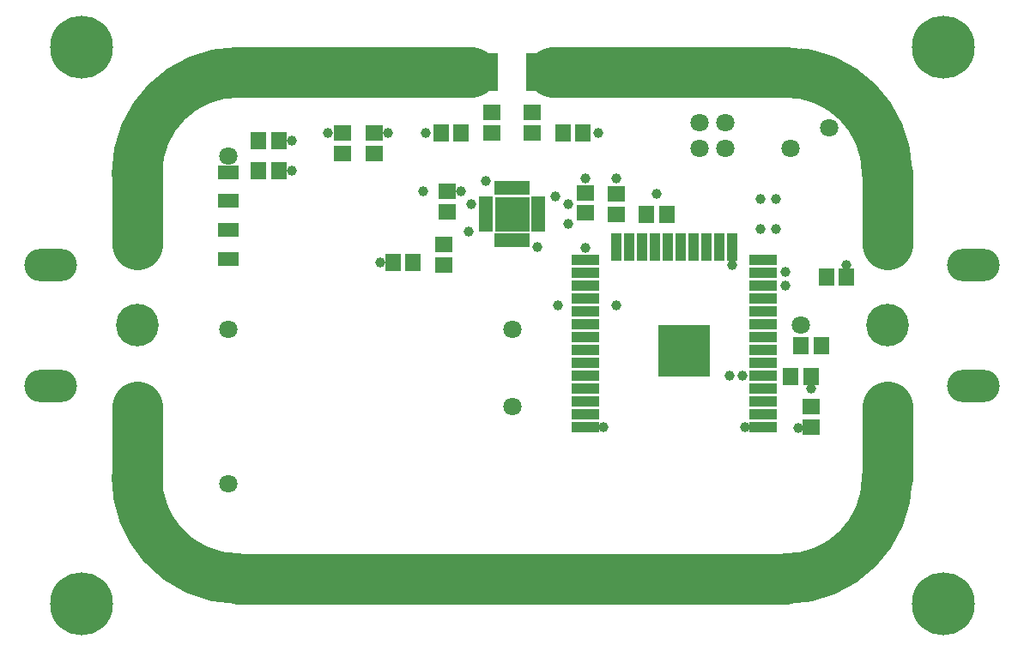
<source format=gts>
G04*
G04 #@! TF.GenerationSoftware,Altium Limited,Altium Designer,18.1.7 (191)*
G04*
G04 Layer_Color=8388736*
%FSLAX44Y44*%
%MOMM*%
G71*
G01*
G75*
%ADD24C,5.0000*%
%ADD25R,2.7032X1.1032*%
%ADD26R,1.1032X2.7032*%
%ADD27R,5.2032X5.2032*%
%ADD28R,3.5032X3.5032*%
%ADD29R,1.4032X0.5032*%
%ADD30R,0.5032X1.4032*%
%ADD31R,1.7032X1.6032*%
%ADD32R,1.6032X1.7032*%
%ADD33R,2.0032X1.4032*%
%ADD34R,2.9032X3.8032*%
%ADD35C,1.0000*%
%ADD36C,4.2032*%
%ADD37C,1.8032*%
%ADD38C,6.2032*%
G04:AMPARAMS|DCode=39|XSize=5.2032mm|YSize=3.2032mm|CornerRadius=1.6016mm|HoleSize=0mm|Usage=FLASHONLY|Rotation=0.000|XOffset=0mm|YOffset=0mm|HoleType=Round|Shape=RoundedRectangle|*
%AMROUNDEDRECTD39*
21,1,5.2032,0.0000,0,0,0.0*
21,1,2.0000,3.2032,0,0,0.0*
1,1,3.2032,1.0000,0.0000*
1,1,3.2032,-1.0000,0.0000*
1,1,3.2032,-1.0000,0.0000*
1,1,3.2032,1.0000,0.0000*
%
%ADD39ROUNDEDRECTD39*%
%ADD40C,1.0032*%
D24*
X870000Y499924D02*
G03*
X769924Y600000I-100076J0D01*
G01*
X230076D02*
G03*
X130000Y499924I0J-100076D01*
G01*
X769924Y100000D02*
G03*
X870000Y200076I0J100076D01*
G01*
X154766Y134170D02*
G03*
X230076Y100000I75310J65906D01*
G01*
X130000Y200076D02*
G03*
X154766Y134170I100076J0D01*
G01*
X540000Y600000D02*
X769924D01*
X870000Y430000D02*
Y499924D01*
X230076Y600000D02*
X460000D01*
X130000Y430000D02*
Y499924D01*
X330000Y100000D02*
X769924Y100000D01*
X230076D02*
Y100000D01*
X130000Y200076D02*
Y270000D01*
X230076Y100000D02*
X330000D01*
X870000Y200076D02*
Y270000D01*
D25*
X572500Y250000D02*
D03*
Y262700D02*
D03*
Y275400D02*
D03*
Y288100D02*
D03*
Y300800D02*
D03*
Y313500D02*
D03*
Y326200D02*
D03*
Y415100D02*
D03*
Y402400D02*
D03*
Y389700D02*
D03*
Y377000D02*
D03*
Y364300D02*
D03*
Y351600D02*
D03*
Y338900D02*
D03*
X747500D02*
D03*
Y351600D02*
D03*
Y364300D02*
D03*
Y377000D02*
D03*
Y389700D02*
D03*
Y402400D02*
D03*
Y415100D02*
D03*
Y326200D02*
D03*
Y313500D02*
D03*
Y300800D02*
D03*
Y288100D02*
D03*
Y275400D02*
D03*
Y262700D02*
D03*
Y250000D02*
D03*
D26*
X615550Y427600D02*
D03*
X602850D02*
D03*
X717150D02*
D03*
X628250D02*
D03*
X640950D02*
D03*
X653650D02*
D03*
X666350D02*
D03*
X679050D02*
D03*
X691750D02*
D03*
X704450D02*
D03*
D27*
X670000Y324900D02*
D03*
D28*
X500001Y459999D02*
D03*
D29*
X474000Y475000D02*
D03*
Y470000D02*
D03*
Y465000D02*
D03*
Y460000D02*
D03*
Y455000D02*
D03*
Y450000D02*
D03*
Y445000D02*
D03*
X526000Y445000D02*
D03*
Y450000D02*
D03*
Y455000D02*
D03*
Y460000D02*
D03*
Y465000D02*
D03*
Y470000D02*
D03*
Y475000D02*
D03*
D30*
X515000Y486000D02*
D03*
X510000D02*
D03*
X505000D02*
D03*
X500000D02*
D03*
X495000D02*
D03*
X490000D02*
D03*
X485000D02*
D03*
X515000Y434000D02*
D03*
X510000D02*
D03*
X505000D02*
D03*
X500000D02*
D03*
X495000D02*
D03*
X490000D02*
D03*
X485000D02*
D03*
D31*
X432500Y410000D02*
D03*
Y430000D02*
D03*
X332500Y520000D02*
D03*
Y540000D02*
D03*
X520000D02*
D03*
Y560000D02*
D03*
X480000Y540000D02*
D03*
Y560000D02*
D03*
X572500Y481000D02*
D03*
Y461000D02*
D03*
X436250Y482500D02*
D03*
Y462500D02*
D03*
X602500Y480000D02*
D03*
Y460000D02*
D03*
X363750Y540000D02*
D03*
Y520000D02*
D03*
X795200Y250000D02*
D03*
Y270000D02*
D03*
D32*
X785000Y330000D02*
D03*
X805000D02*
D03*
X652500Y460001D02*
D03*
X632500D02*
D03*
X270000Y532500D02*
D03*
X250000D02*
D03*
X402498Y412500D02*
D03*
X382498D02*
D03*
X810000Y397500D02*
D03*
X830000D02*
D03*
X795000Y300000D02*
D03*
X775000D02*
D03*
X430000Y540000D02*
D03*
X450000D02*
D03*
X570000D02*
D03*
X550000D02*
D03*
X270000Y502500D02*
D03*
X250000D02*
D03*
D33*
X220000Y501500D02*
D03*
Y473500D02*
D03*
Y444000D02*
D03*
Y416000D02*
D03*
D34*
X471500Y600000D02*
D03*
X528500D02*
D03*
D35*
X154766Y134170D02*
X154766D01*
X160170D01*
D36*
X870000Y430000D02*
D03*
Y350000D02*
D03*
Y270000D02*
D03*
X130000Y430000D02*
D03*
Y350000D02*
D03*
Y270000D02*
D03*
D37*
X500000D02*
D03*
X220000Y194000D02*
D03*
Y346000D02*
D03*
X500000D02*
D03*
X710398Y550000D02*
D03*
X684998D02*
D03*
X710398Y524600D02*
D03*
X684998D02*
D03*
X774597Y525000D02*
D03*
X812497Y545000D02*
D03*
X670000Y324900D02*
D03*
X500000Y460000D02*
D03*
X785200Y350000D02*
D03*
X220000Y517500D02*
D03*
D38*
X925000Y75000D02*
D03*
Y625000D02*
D03*
X75000Y75000D02*
D03*
Y625000D02*
D03*
D39*
X955000Y410000D02*
D03*
Y290000D02*
D03*
X45000D02*
D03*
Y410000D02*
D03*
D40*
X651000Y343900D02*
D03*
X689000D02*
D03*
X651000Y305900D02*
D03*
X689000D02*
D03*
X412500Y482500D02*
D03*
X642500Y480000D02*
D03*
X830000Y410100D02*
D03*
X770000Y389264D02*
D03*
X769924Y402500D02*
D03*
X370000Y412500D02*
D03*
X760000Y475000D02*
D03*
X745000D02*
D03*
X760000Y445000D02*
D03*
X745000D02*
D03*
X715000Y300600D02*
D03*
X727500D02*
D03*
X572500Y426982D02*
D03*
X602500Y370000D02*
D03*
X555103Y450616D02*
D03*
X542500Y477500D02*
D03*
X555103Y470103D02*
D03*
X545000Y370000D02*
D03*
X782500Y249200D02*
D03*
X795000Y287500D02*
D03*
X717150Y410100D02*
D03*
X730000Y250000D02*
D03*
X590000D02*
D03*
X450000Y482500D02*
D03*
X459897Y470103D02*
D03*
X282500Y502500D02*
D03*
Y532500D02*
D03*
X474000Y492500D02*
D03*
X512501Y115000D02*
D03*
X487501D02*
D03*
X500001Y100000D02*
D03*
X512501Y85000D02*
D03*
X487501D02*
D03*
X525001Y100000D02*
D03*
X475001D02*
D03*
X870000Y462500D02*
D03*
Y512500D02*
D03*
X885000Y475000D02*
D03*
Y500000D02*
D03*
X870000Y487500D02*
D03*
X855000Y475000D02*
D03*
Y500000D02*
D03*
Y200000D02*
D03*
Y225000D02*
D03*
X870000Y212500D02*
D03*
X885000Y200000D02*
D03*
Y225000D02*
D03*
X870000Y187500D02*
D03*
Y237500D02*
D03*
X115000Y200000D02*
D03*
Y225000D02*
D03*
X130000Y212500D02*
D03*
X145000Y200000D02*
D03*
Y225000D02*
D03*
X130000Y187500D02*
D03*
Y237500D02*
D03*
Y462500D02*
D03*
Y512500D02*
D03*
X145000Y475000D02*
D03*
Y500000D02*
D03*
X130000Y487500D02*
D03*
X115000Y475000D02*
D03*
Y500000D02*
D03*
X400000Y600000D02*
D03*
X450000D02*
D03*
X412500Y585000D02*
D03*
X437500D02*
D03*
X425000Y600000D02*
D03*
X412500Y615000D02*
D03*
X437500D02*
D03*
X457500Y442500D02*
D03*
X525000Y427500D02*
D03*
X318750Y540000D02*
D03*
X377500Y540000D02*
D03*
X572500Y495000D02*
D03*
X602500D02*
D03*
X562500Y615000D02*
D03*
X587500D02*
D03*
X575000Y600000D02*
D03*
X562500Y585000D02*
D03*
X587500D02*
D03*
X550000Y600000D02*
D03*
X600000D02*
D03*
X585000Y540000D02*
D03*
X415000D02*
D03*
M02*

</source>
